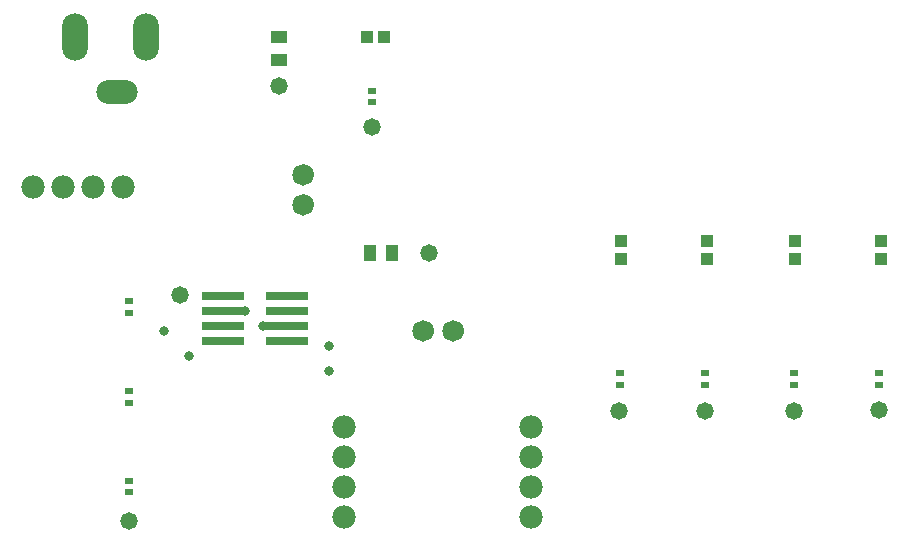
<source format=gts>
G04*
G04 #@! TF.GenerationSoftware,Altium Limited,Altium Designer,21.6.4 (81)*
G04*
G04 Layer_Color=8388736*
%FSLAX25Y25*%
%MOIN*%
G70*
G04*
G04 #@! TF.SameCoordinates,4B2C5215-2B2B-4538-B039-7DC0A2B5EA6E*
G04*
G04*
G04 #@! TF.FilePolarity,Negative*
G04*
G01*
G75*
%ADD20R,0.02756X0.02362*%
%ADD23R,0.03937X0.05709*%
%ADD24R,0.05709X0.03937*%
%ADD25C,0.00000*%
%ADD26R,0.14186X0.03162*%
%ADD27R,0.03950X0.03950*%
%ADD28R,0.03950X0.03950*%
%ADD29C,0.07800*%
%ADD30C,0.07178*%
%ADD31O,0.08674X0.15761*%
%ADD32O,0.13792X0.07887*%
%ADD33C,0.05800*%
%ADD34C,0.03300*%
D20*
X54000Y48910D02*
D03*
Y52847D02*
D03*
X303900Y55032D02*
D03*
Y58969D02*
D03*
X275400Y55032D02*
D03*
Y58969D02*
D03*
X245900Y55032D02*
D03*
Y58969D02*
D03*
X217400Y55032D02*
D03*
Y58969D02*
D03*
X54000Y79094D02*
D03*
Y83031D02*
D03*
X135000Y149158D02*
D03*
Y153094D02*
D03*
X54000Y19126D02*
D03*
Y23063D02*
D03*
D23*
X134060Y99094D02*
D03*
X141540D02*
D03*
D24*
X104000Y163354D02*
D03*
Y170835D02*
D03*
D25*
X155390Y73000D02*
G03*
X155390Y73000I-3390J0D01*
G01*
X165390D02*
G03*
X165390Y73000I-3390J0D01*
G01*
X115390Y125094D02*
G03*
X115390Y125094I-3390J0D01*
G01*
Y115094D02*
G03*
X115390Y115094I-3390J0D01*
G01*
D26*
X85370Y84595D02*
D03*
Y79594D02*
D03*
Y74594D02*
D03*
Y69595D02*
D03*
X106630D02*
D03*
Y74594D02*
D03*
Y79594D02*
D03*
Y84595D02*
D03*
D27*
X304500Y97000D02*
D03*
Y102905D02*
D03*
X276000Y97047D02*
D03*
Y102953D02*
D03*
X246500Y97047D02*
D03*
Y102953D02*
D03*
X218000Y97000D02*
D03*
Y102905D02*
D03*
D28*
X138953Y171095D02*
D03*
X133047D02*
D03*
D29*
X188000Y31095D02*
D03*
Y41094D02*
D03*
Y11095D02*
D03*
Y21094D02*
D03*
X125500Y31000D02*
D03*
Y41000D02*
D03*
Y11000D02*
D03*
Y21000D02*
D03*
X42000Y121095D02*
D03*
X52000D02*
D03*
X22000D02*
D03*
X32000D02*
D03*
D30*
X152000Y73000D02*
D03*
X162000D02*
D03*
X112000Y125094D02*
D03*
Y115094D02*
D03*
D31*
X59622Y171095D02*
D03*
X36000D02*
D03*
D32*
X49779Y152787D02*
D03*
D33*
X245900Y46400D02*
D03*
X275400D02*
D03*
X71000Y85000D02*
D03*
X217300Y46400D02*
D03*
X104000Y154500D02*
D03*
X135000Y141000D02*
D03*
X304000Y46500D02*
D03*
X54000Y9500D02*
D03*
X154000Y99000D02*
D03*
D34*
X92500Y79500D02*
D03*
X120500Y59500D02*
D03*
X74000Y64500D02*
D03*
X65500Y73000D02*
D03*
X98500Y74500D02*
D03*
X120500Y68000D02*
D03*
M02*

</source>
